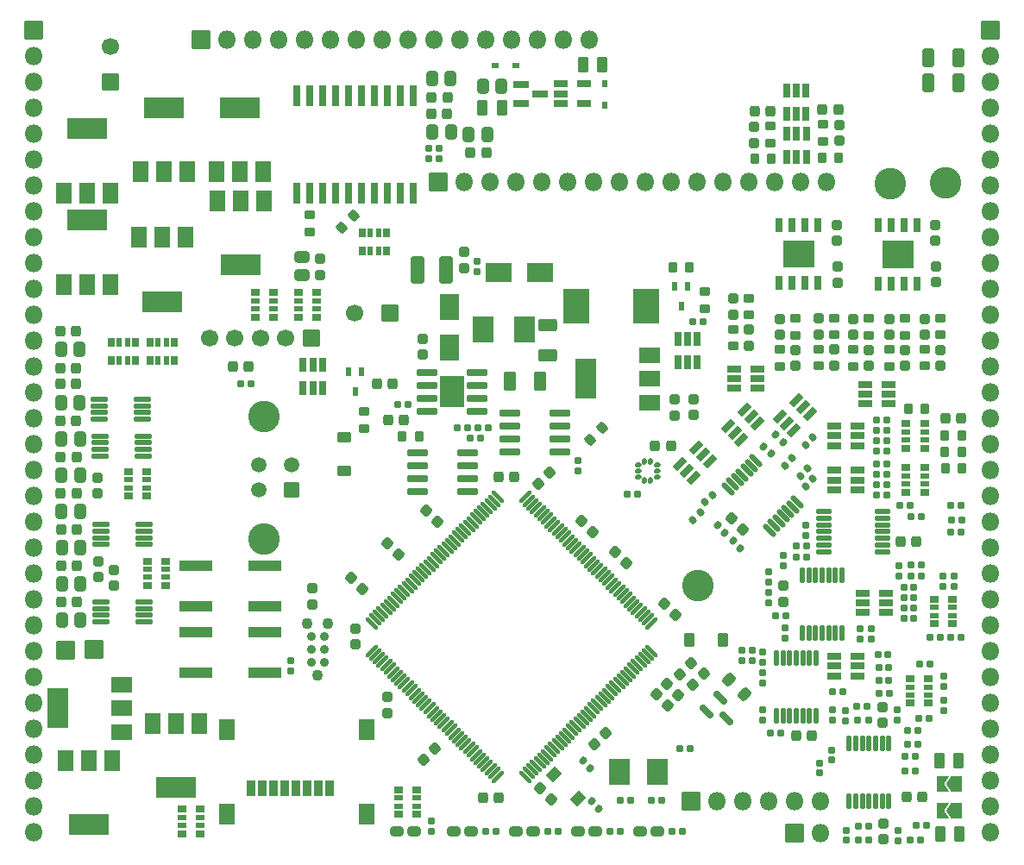
<source format=gbr>
%TF.GenerationSoftware,KiCad,Pcbnew,(6.0.1)*%
%TF.CreationDate,2023-10-27T01:40:01+01:00*%
%TF.ProjectId,polygonus-Shortage-Version,706f6c79-676f-46e7-9573-2d53686f7274,rev?*%
%TF.SameCoordinates,Original*%
%TF.FileFunction,Soldermask,Top*%
%TF.FilePolarity,Negative*%
%FSLAX46Y46*%
G04 Gerber Fmt 4.6, Leading zero omitted, Abs format (unit mm)*
G04 Created by KiCad (PCBNEW (6.0.1)) date 2023-10-27 01:40:01*
%MOMM*%
%LPD*%
G01*
G04 APERTURE LIST*
G04 Aperture macros list*
%AMRoundRect*
0 Rectangle with rounded corners*
0 $1 Rounding radius*
0 $2 $3 $4 $5 $6 $7 $8 $9 X,Y pos of 4 corners*
0 Add a 4 corners polygon primitive as box body*
4,1,4,$2,$3,$4,$5,$6,$7,$8,$9,$2,$3,0*
0 Add four circle primitives for the rounded corners*
1,1,$1+$1,$2,$3*
1,1,$1+$1,$4,$5*
1,1,$1+$1,$6,$7*
1,1,$1+$1,$8,$9*
0 Add four rect primitives between the rounded corners*
20,1,$1+$1,$2,$3,$4,$5,0*
20,1,$1+$1,$4,$5,$6,$7,0*
20,1,$1+$1,$6,$7,$8,$9,0*
20,1,$1+$1,$8,$9,$2,$3,0*%
%AMFreePoly0*
4,1,16,0.533941,0.783941,0.539938,0.776626,1.039938,0.026626,1.047068,-0.009414,1.039938,-0.026626,0.539938,-0.776626,0.509414,-0.797068,0.500000,-0.798000,-0.500000,-0.798000,-0.533941,-0.783941,-0.548000,-0.750000,-0.548000,0.750000,-0.533941,0.783941,-0.500000,0.798000,0.500000,0.798000,0.533941,0.783941,0.533941,0.783941,$1*%
%AMFreePoly1*
4,1,16,0.533941,0.783941,0.548000,0.750000,0.548000,-0.750000,0.533941,-0.783941,0.500000,-0.798000,-0.650000,-0.798000,-0.683941,-0.783941,-0.698000,-0.750000,-0.689938,-0.723374,-0.207689,0.000000,-0.689938,0.723374,-0.697068,0.759414,-0.676626,0.789938,-0.650000,0.798000,0.500000,0.798000,0.533941,0.783941,0.533941,0.783941,$1*%
G04 Aperture macros list end*
%ADD10RoundRect,0.048000X-0.850000X-0.850000X0.850000X-0.850000X0.850000X0.850000X-0.850000X0.850000X0*%
%ADD11RoundRect,0.273000X0.250000X-0.225000X0.250000X0.225000X-0.250000X0.225000X-0.250000X-0.225000X0*%
%ADD12RoundRect,0.183000X-0.135000X-0.185000X0.135000X-0.185000X0.135000X0.185000X-0.135000X0.185000X0*%
%ADD13RoundRect,0.183000X0.226274X0.035355X0.035355X0.226274X-0.226274X-0.035355X-0.035355X-0.226274X0*%
%ADD14RoundRect,0.148000X0.100000X-0.637500X0.100000X0.637500X-0.100000X0.637500X-0.100000X-0.637500X0*%
%ADD15RoundRect,0.148000X0.637500X0.100000X-0.637500X0.100000X-0.637500X-0.100000X0.637500X-0.100000X0*%
%ADD16RoundRect,0.048000X-0.325000X0.655000X-0.325000X-0.655000X0.325000X-0.655000X0.325000X0.655000X0*%
%ADD17RoundRect,0.048000X-0.300000X0.655000X-0.300000X-0.655000X0.300000X-0.655000X0.300000X0.655000X0*%
%ADD18RoundRect,0.048000X-0.750000X0.662500X-0.750000X-0.662500X0.750000X-0.662500X0.750000X0.662500X0*%
%ADD19RoundRect,0.273000X-0.250000X0.225000X-0.250000X-0.225000X0.250000X-0.225000X0.250000X0.225000X0*%
%ADD20RoundRect,0.183000X-0.226274X-0.035355X-0.035355X-0.226274X0.226274X0.035355X0.035355X0.226274X0*%
%ADD21RoundRect,0.273000X-0.225000X-0.250000X0.225000X-0.250000X0.225000X0.250000X-0.225000X0.250000X0*%
%ADD22RoundRect,0.273000X0.017678X-0.335876X0.335876X-0.017678X-0.017678X0.335876X-0.335876X0.017678X0*%
%ADD23RoundRect,0.188000X-0.140000X-0.170000X0.140000X-0.170000X0.140000X0.170000X-0.140000X0.170000X0*%
%ADD24RoundRect,0.273000X0.335876X0.017678X0.017678X0.335876X-0.335876X-0.017678X-0.017678X-0.335876X0*%
%ADD25RoundRect,0.273000X-0.335876X-0.017678X-0.017678X-0.335876X0.335876X0.017678X0.017678X0.335876X0*%
%ADD26RoundRect,0.266750X0.424264X0.114905X0.114905X0.424264X-0.424264X-0.114905X-0.114905X-0.424264X0*%
%ADD27RoundRect,0.248000X0.200000X0.275000X-0.200000X0.275000X-0.200000X-0.275000X0.200000X-0.275000X0*%
%ADD28RoundRect,0.048000X0.400000X0.250000X-0.400000X0.250000X-0.400000X-0.250000X0.400000X-0.250000X0*%
%ADD29RoundRect,0.048000X0.400000X0.200000X-0.400000X0.200000X-0.400000X-0.200000X0.400000X-0.200000X0*%
%ADD30RoundRect,0.148000X0.521491X-0.380070X-0.380070X0.521491X-0.521491X0.380070X0.380070X-0.521491X0*%
%ADD31RoundRect,0.048000X-0.250000X0.400000X-0.250000X-0.400000X0.250000X-0.400000X0.250000X0.400000X0*%
%ADD32RoundRect,0.048000X-0.200000X0.400000X-0.200000X-0.400000X0.200000X-0.400000X0.200000X0.400000X0*%
%ADD33RoundRect,0.183000X0.135000X0.185000X-0.135000X0.185000X-0.135000X-0.185000X0.135000X-0.185000X0*%
%ADD34RoundRect,0.273000X0.225000X0.250000X-0.225000X0.250000X-0.225000X-0.250000X0.225000X-0.250000X0*%
%ADD35RoundRect,0.123000X0.521491X-0.415425X-0.415425X0.521491X-0.521491X0.415425X0.415425X-0.521491X0*%
%ADD36RoundRect,0.123000X0.521491X0.415425X0.415425X0.521491X-0.521491X-0.415425X-0.415425X-0.521491X0*%
%ADD37RoundRect,0.298000X-0.325000X-0.650000X0.325000X-0.650000X0.325000X0.650000X-0.325000X0.650000X0*%
%ADD38RoundRect,0.248000X-0.200000X-0.275000X0.200000X-0.275000X0.200000X0.275000X-0.200000X0.275000X0*%
%ADD39RoundRect,0.188000X0.140000X0.170000X-0.140000X0.170000X-0.140000X-0.170000X0.140000X-0.170000X0*%
%ADD40RoundRect,0.048000X0.250000X-0.400000X0.250000X0.400000X-0.250000X0.400000X-0.250000X-0.400000X0*%
%ADD41RoundRect,0.048000X0.200000X-0.400000X0.200000X0.400000X-0.200000X0.400000X-0.200000X-0.400000X0*%
%ADD42RoundRect,0.048000X0.800000X0.800000X-0.800000X0.800000X-0.800000X-0.800000X0.800000X-0.800000X0*%
%ADD43C,1.696000*%
%ADD44RoundRect,0.048000X-1.250000X-0.900000X1.250000X-0.900000X1.250000X0.900000X-1.250000X0.900000X0*%
%ADD45RoundRect,0.048000X-0.400000X-0.250000X0.400000X-0.250000X0.400000X0.250000X-0.400000X0.250000X0*%
%ADD46RoundRect,0.048000X-0.400000X-0.200000X0.400000X-0.200000X0.400000X0.200000X-0.400000X0.200000X0*%
%ADD47RoundRect,0.298000X-0.262500X-0.450000X0.262500X-0.450000X0.262500X0.450000X-0.262500X0.450000X0*%
%ADD48RoundRect,0.148000X0.712500X0.100000X-0.712500X0.100000X-0.712500X-0.100000X0.712500X-0.100000X0*%
%ADD49RoundRect,0.260500X0.400000X0.212500X-0.400000X0.212500X-0.400000X-0.212500X0.400000X-0.212500X0*%
%ADD50RoundRect,0.183000X-0.185000X0.135000X-0.185000X-0.135000X0.185000X-0.135000X0.185000X0.135000X0*%
%ADD51RoundRect,0.248000X-0.275000X0.200000X-0.275000X-0.200000X0.275000X-0.200000X0.275000X0.200000X0*%
%ADD52RoundRect,0.248000X0.275000X-0.200000X0.275000X0.200000X-0.275000X0.200000X-0.275000X-0.200000X0*%
%ADD53RoundRect,0.048000X0.600000X-0.450000X0.600000X0.450000X-0.600000X0.450000X-0.600000X-0.450000X0*%
%ADD54RoundRect,0.298000X0.312500X0.625000X-0.312500X0.625000X-0.312500X-0.625000X0.312500X-0.625000X0*%
%ADD55RoundRect,0.298000X-0.312500X-0.625000X0.312500X-0.625000X0.312500X0.625000X-0.312500X0.625000X0*%
%ADD56C,3.096000*%
%ADD57RoundRect,0.198000X0.150000X-0.512500X0.150000X0.512500X-0.150000X0.512500X-0.150000X-0.512500X0*%
%ADD58RoundRect,0.048000X0.225000X0.350000X-0.225000X0.350000X-0.225000X-0.350000X0.225000X-0.350000X0*%
%ADD59RoundRect,0.183000X0.185000X-0.135000X0.185000X0.135000X-0.185000X0.135000X-0.185000X-0.135000X0*%
%ADD60RoundRect,0.048000X1.250000X-1.650000X1.250000X1.650000X-1.250000X1.650000X-1.250000X-1.650000X0*%
%ADD61RoundRect,0.183000X-0.035355X0.226274X-0.226274X0.035355X0.035355X-0.226274X0.226274X-0.035355X0*%
%ADD62RoundRect,0.183000X0.035355X-0.226274X0.226274X-0.035355X-0.035355X0.226274X-0.226274X0.035355X0*%
%ADD63RoundRect,0.198000X0.512500X0.150000X-0.512500X0.150000X-0.512500X-0.150000X0.512500X-0.150000X0*%
%ADD64RoundRect,0.188000X-0.170000X0.140000X-0.170000X-0.140000X0.170000X-0.140000X0.170000X0.140000X0*%
%ADD65RoundRect,0.188000X0.170000X-0.140000X0.170000X0.140000X-0.170000X0.140000X-0.170000X-0.140000X0*%
%ADD66RoundRect,0.148000X-0.100000X0.637500X-0.100000X-0.637500X0.100000X-0.637500X0.100000X0.637500X0*%
%ADD67RoundRect,0.048000X1.000000X0.750000X-1.000000X0.750000X-1.000000X-0.750000X1.000000X-0.750000X0*%
%ADD68RoundRect,0.048000X1.000000X1.900000X-1.000000X1.900000X-1.000000X-1.900000X1.000000X-1.900000X0*%
%ADD69RoundRect,0.048000X-1.000000X-1.200000X1.000000X-1.200000X1.000000X1.200000X-1.000000X1.200000X0*%
%ADD70RoundRect,0.198000X-0.825000X-0.150000X0.825000X-0.150000X0.825000X0.150000X-0.825000X0.150000X0*%
%ADD71RoundRect,0.048000X-1.145000X-1.500000X1.145000X-1.500000X1.145000X1.500000X-1.145000X1.500000X0*%
%ADD72RoundRect,0.048000X0.900000X-1.250000X0.900000X1.250000X-0.900000X1.250000X-0.900000X-1.250000X0*%
%ADD73RoundRect,0.198000X-0.150000X0.512500X-0.150000X-0.512500X0.150000X-0.512500X0.150000X0.512500X0*%
%ADD74RoundRect,0.298000X0.375000X1.075000X-0.375000X1.075000X-0.375000X-1.075000X0.375000X-1.075000X0*%
%ADD75RoundRect,0.248000X-0.053033X0.335876X-0.335876X0.053033X0.053033X-0.335876X0.335876X-0.053033X0*%
%ADD76RoundRect,0.048000X0.950000X1.250000X-0.950000X1.250000X-0.950000X-1.250000X0.950000X-1.250000X0*%
%ADD77RoundRect,0.298000X-0.650000X0.325000X-0.650000X-0.325000X0.650000X-0.325000X0.650000X0.325000X0*%
%ADD78RoundRect,0.298000X-0.250000X-0.475000X0.250000X-0.475000X0.250000X0.475000X-0.250000X0.475000X0*%
%ADD79RoundRect,0.048000X0.850000X-0.850000X0.850000X0.850000X-0.850000X0.850000X-0.850000X-0.850000X0*%
%ADD80O,1.796000X1.796000*%
%ADD81RoundRect,0.048000X0.800000X-0.800000X0.800000X0.800000X-0.800000X0.800000X-0.800000X-0.800000X0*%
%ADD82FreePoly0,180.000000*%
%ADD83FreePoly1,180.000000*%
%ADD84RoundRect,0.048000X0.400000X0.750000X-0.400000X0.750000X-0.400000X-0.750000X0.400000X-0.750000X0*%
%ADD85RoundRect,0.048000X0.725000X1.000000X-0.725000X1.000000X-0.725000X-1.000000X0.725000X-1.000000X0*%
%ADD86RoundRect,0.048000X-0.700000X0.700000X-0.700000X-0.700000X0.700000X-0.700000X0.700000X0.700000X0*%
%ADD87C,1.496000*%
%ADD88RoundRect,0.298000X-0.450000X0.262500X-0.450000X-0.262500X0.450000X-0.262500X0.450000X0.262500X0*%
%ADD89RoundRect,0.198000X-0.521491X0.309359X0.309359X-0.521491X0.521491X-0.309359X-0.309359X0.521491X0*%
%ADD90RoundRect,0.148000X-0.100000X0.175000X-0.100000X-0.175000X0.100000X-0.175000X0.100000X0.175000X0*%
%ADD91RoundRect,0.148000X-0.175000X0.100000X-0.175000X-0.100000X0.175000X-0.100000X0.175000X0.100000X0*%
%ADD92RoundRect,0.048000X-1.600000X-0.500000X1.600000X-0.500000X1.600000X0.500000X-1.600000X0.500000X0*%
%ADD93RoundRect,0.048000X1.600000X0.500000X-1.600000X0.500000X-1.600000X-0.500000X1.600000X-0.500000X0*%
%ADD94C,1.086600*%
%ADD95C,0.883400*%
%ADD96RoundRect,0.048000X-0.450000X-0.600000X0.450000X-0.600000X0.450000X0.600000X-0.450000X0.600000X0*%
%ADD97RoundRect,0.048000X-0.742462X-0.106066X-0.106066X-0.742462X0.742462X0.106066X0.106066X0.742462X0*%
%ADD98RoundRect,0.048000X0.225000X-0.300000X0.225000X0.300000X-0.225000X0.300000X-0.225000X-0.300000X0*%
%ADD99RoundRect,0.198000X-0.512500X-0.150000X0.512500X-0.150000X0.512500X0.150000X-0.512500X0.150000X0*%
%ADD100RoundRect,0.048000X0.750000X-1.000000X0.750000X1.000000X-0.750000X1.000000X-0.750000X-1.000000X0*%
%ADD101RoundRect,0.048000X1.900000X-1.000000X1.900000X1.000000X-1.900000X1.000000X-1.900000X-1.000000X0*%
%ADD102RoundRect,0.198000X0.256326X0.468458X-0.468458X-0.256326X-0.256326X-0.468458X0.468458X0.256326X0*%
%ADD103RoundRect,0.048000X0.275000X0.975000X-0.275000X0.975000X-0.275000X-0.975000X0.275000X-0.975000X0*%
%ADD104RoundRect,0.248000X0.053033X-0.335876X0.335876X-0.053033X-0.053033X0.335876X-0.335876X0.053033X0*%
%ADD105RoundRect,0.298000X0.250000X0.475000X-0.250000X0.475000X-0.250000X-0.475000X0.250000X-0.475000X0*%
%ADD106RoundRect,0.048000X-0.750000X1.000000X-0.750000X-1.000000X0.750000X-1.000000X0.750000X1.000000X0*%
%ADD107RoundRect,0.048000X-1.900000X1.000000X-1.900000X-1.000000X1.900000X-1.000000X1.900000X1.000000X0*%
%ADD108RoundRect,0.198000X-0.587500X-0.150000X0.587500X-0.150000X0.587500X0.150000X-0.587500X0.150000X0*%
%ADD109RoundRect,0.048000X-0.300000X-0.225000X0.300000X-0.225000X0.300000X0.225000X-0.300000X0.225000X0*%
%ADD110RoundRect,0.198000X0.825000X0.150000X-0.825000X0.150000X-0.825000X-0.150000X0.825000X-0.150000X0*%
%ADD111RoundRect,0.048000X0.850000X0.850000X-0.850000X0.850000X-0.850000X-0.850000X0.850000X-0.850000X0*%
%ADD112RoundRect,0.048000X-0.850000X0.850000X-0.850000X-0.850000X0.850000X-0.850000X0.850000X0.850000X0*%
G04 APERTURE END LIST*
D10*
%TO.C,J16*%
X67258834Y-118181164D03*
%TD*%
%TO.C,J15*%
X64502327Y-118189319D03*
%TD*%
D11*
%TO.C,C2*%
X140279326Y-82139052D03*
X140279326Y-80589052D03*
%TD*%
D12*
%TO.C,R76*%
X151406975Y-106610683D03*
X152426975Y-106610683D03*
%TD*%
%TO.C,R77*%
X151418194Y-105421414D03*
X152438194Y-105421414D03*
%TD*%
%TO.C,R78*%
X151395755Y-104030194D03*
X152415755Y-104030194D03*
%TD*%
D13*
%TO.C,R4*%
X116838124Y-133803124D03*
X116116876Y-133081876D03*
%TD*%
D14*
%TO.C,U19*%
X136816000Y-116556500D03*
X137466000Y-116556500D03*
X138116000Y-116556500D03*
X138766000Y-116556500D03*
X139416000Y-116556500D03*
X140066000Y-116556500D03*
X140716000Y-116556500D03*
X140716000Y-110831500D03*
X140066000Y-110831500D03*
X139416000Y-110831500D03*
X138766000Y-110831500D03*
X138116000Y-110831500D03*
X137466000Y-110831500D03*
X136816000Y-110831500D03*
%TD*%
D15*
%TO.C,U21*%
X144676500Y-108532000D03*
X144676500Y-107882000D03*
X144676500Y-107232000D03*
X144676500Y-106582000D03*
X144676500Y-105932000D03*
X144676500Y-105282000D03*
X144676500Y-104632000D03*
X138951500Y-104632000D03*
X138951500Y-105282000D03*
X138951500Y-105932000D03*
X138951500Y-106582000D03*
X138951500Y-107232000D03*
X138951500Y-107882000D03*
X138951500Y-108532000D03*
%TD*%
D16*
%TO.C,U1*%
X148090671Y-76525877D03*
X146820671Y-76525877D03*
X145550671Y-76525877D03*
D17*
X144280671Y-76525877D03*
D16*
X144280671Y-82215877D03*
X145550671Y-82215877D03*
X146820671Y-82215877D03*
X148090671Y-82215877D03*
D18*
X146935671Y-78708377D03*
X145435671Y-80033377D03*
X146935671Y-80033377D03*
X145435671Y-78708377D03*
%TD*%
D16*
%TO.C,U2*%
X138359142Y-76488011D03*
X137089142Y-76488011D03*
X135819142Y-76488011D03*
D17*
X134549142Y-76488011D03*
D16*
X134549142Y-82178011D03*
X135819142Y-82178011D03*
X137089142Y-82178011D03*
X138359142Y-82178011D03*
D18*
X137204142Y-79995511D03*
X135704142Y-78670511D03*
X135704142Y-79995511D03*
X137204142Y-78670511D03*
%TD*%
D19*
%TO.C,C3*%
X149815912Y-76489231D03*
X149815912Y-78039231D03*
%TD*%
D11*
%TO.C,C5*%
X149970368Y-82112502D03*
X149970368Y-80562502D03*
%TD*%
D19*
%TO.C,C9*%
X140172736Y-76472402D03*
X140172736Y-78022402D03*
%TD*%
D20*
%TO.C,R1*%
X115291376Y-129081376D03*
X116012624Y-129802624D03*
%TD*%
D21*
%TO.C,C46*%
X136213000Y-126648000D03*
X137763000Y-126648000D03*
%TD*%
D11*
%TO.C,C51*%
X134956000Y-113453000D03*
X134956000Y-111903000D03*
%TD*%
D21*
%TO.C,C56*%
X146470266Y-107582392D03*
X148020266Y-107582392D03*
%TD*%
D22*
%TO.C,C77*%
X110912992Y-101923008D03*
X112009008Y-100826992D03*
%TD*%
D23*
%TO.C,C74*%
X118982000Y-132998000D03*
X119942000Y-132998000D03*
%TD*%
D21*
%TO.C,C61*%
X107003000Y-101248000D03*
X108553000Y-101248000D03*
%TD*%
D24*
%TO.C,C64*%
X123566008Y-123640008D03*
X122469992Y-122543992D03*
%TD*%
%TO.C,C65*%
X124328008Y-114750008D03*
X123231992Y-113653992D03*
%TD*%
D25*
%TO.C,C66*%
X99863992Y-104509992D03*
X100960008Y-105606008D03*
%TD*%
D22*
%TO.C,C81*%
X124755992Y-120592008D03*
X125852008Y-119495992D03*
%TD*%
%TO.C,C82*%
X126025992Y-121608008D03*
X127122008Y-120511992D03*
%TD*%
D24*
%TO.C,C40*%
X130932008Y-106368008D03*
X129835992Y-105271992D03*
%TD*%
D26*
%TO.C,FB1*%
X131135301Y-122573301D03*
X129632699Y-121070699D03*
%TD*%
D12*
%TO.C,R75*%
X147478315Y-109819465D03*
X148498315Y-109819465D03*
%TD*%
%TO.C,R89*%
X124794000Y-127918000D03*
X125814000Y-127918000D03*
%TD*%
D27*
%TO.C,R39*%
X152479537Y-100370684D03*
X150829537Y-100370684D03*
%TD*%
%TO.C,R40*%
X152445878Y-98788732D03*
X150795878Y-98788732D03*
%TD*%
%TO.C,R41*%
X152457098Y-97128243D03*
X150807098Y-97128243D03*
%TD*%
%TO.C,R42*%
X148862000Y-94517000D03*
X147212000Y-94517000D03*
%TD*%
D28*
%TO.C,RN2*%
X149163074Y-123430926D03*
D29*
X149163074Y-122630926D03*
X149163074Y-121830926D03*
D28*
X149163074Y-121030926D03*
X147363074Y-121030926D03*
D29*
X147363074Y-121830926D03*
X147363074Y-122630926D03*
D28*
X147363074Y-123430926D03*
%TD*%
%TO.C,RN3*%
X151577709Y-115605074D03*
D29*
X151577709Y-114805074D03*
X151577709Y-114005074D03*
D28*
X151577709Y-113205074D03*
X149777709Y-113205074D03*
D29*
X149777709Y-114005074D03*
X149777709Y-114805074D03*
D28*
X149777709Y-115605074D03*
%TD*%
%TO.C,RN4*%
X148810000Y-102702000D03*
D29*
X148810000Y-101902000D03*
X148810000Y-101102000D03*
D28*
X148810000Y-100302000D03*
X147010000Y-100302000D03*
D29*
X147010000Y-101102000D03*
X147010000Y-101902000D03*
D28*
X147010000Y-102702000D03*
%TD*%
%TO.C,RN1*%
X148810000Y-98384000D03*
D29*
X148810000Y-97584000D03*
X148810000Y-96784000D03*
D28*
X148810000Y-95984000D03*
X147010000Y-95984000D03*
D29*
X147010000Y-96784000D03*
X147010000Y-97584000D03*
D28*
X147010000Y-98384000D03*
%TD*%
D30*
%TO.C,U15*%
X133569235Y-106428951D03*
X134028854Y-105969332D03*
X134488474Y-105509713D03*
X134948093Y-105050093D03*
X135407713Y-104590474D03*
X135867332Y-104130854D03*
X136326951Y-103671235D03*
X132278765Y-99623049D03*
X131819146Y-100082668D03*
X131359526Y-100542287D03*
X130899907Y-101001907D03*
X130440287Y-101461526D03*
X129980668Y-101921146D03*
X129521049Y-102380765D03*
%TD*%
D21*
%TO.C,C83*%
X80938462Y-90384858D03*
X82488462Y-90384858D03*
%TD*%
D12*
%TO.C,R98*%
X81676730Y-92033125D03*
X82696730Y-92033125D03*
%TD*%
D19*
%TO.C,C85*%
X89494413Y-79815297D03*
X89494413Y-81365297D03*
%TD*%
D21*
%TO.C,C86*%
X104247164Y-69398713D03*
X105797164Y-69398713D03*
%TD*%
D31*
%TO.C,RN11*%
X96026175Y-77253732D03*
D32*
X95226175Y-77253732D03*
X94426175Y-77253732D03*
D31*
X93626175Y-77253732D03*
X93626175Y-79053732D03*
D32*
X94426175Y-79053732D03*
X95226175Y-79053732D03*
D31*
X96026175Y-79053732D03*
%TD*%
D19*
%TO.C,C84*%
X126130133Y-93586905D03*
X126130133Y-95136905D03*
%TD*%
D33*
%TO.C,R97*%
X127084000Y-86008000D03*
X126064000Y-86008000D03*
%TD*%
D14*
%TO.C,U17*%
X134276000Y-124684500D03*
X134926000Y-124684500D03*
X135576000Y-124684500D03*
X136226000Y-124684500D03*
X136876000Y-124684500D03*
X137526000Y-124684500D03*
X138176000Y-124684500D03*
X138176000Y-118959500D03*
X137526000Y-118959500D03*
X136876000Y-118959500D03*
X136226000Y-118959500D03*
X135576000Y-118959500D03*
X134926000Y-118959500D03*
X134276000Y-118959500D03*
%TD*%
D25*
%TO.C,C67*%
X96053992Y-107710392D03*
X97150008Y-108806408D03*
%TD*%
D24*
%TO.C,C68*%
X119502008Y-109670008D03*
X118405992Y-108573992D03*
%TD*%
D19*
%TO.C,C69*%
X96094000Y-122825000D03*
X96094000Y-124375000D03*
%TD*%
D34*
%TO.C,C71*%
X107029000Y-132744000D03*
X105479000Y-132744000D03*
%TD*%
D11*
%TO.C,C73*%
X92919000Y-117644000D03*
X92919000Y-116094000D03*
%TD*%
D22*
%TO.C,C76*%
X116373992Y-127450008D03*
X117470008Y-126353992D03*
%TD*%
D35*
%TO.C,U26*%
X109628342Y-130644710D03*
X109981895Y-130291157D03*
X110335449Y-129937604D03*
X110689002Y-129584050D03*
X111042555Y-129230497D03*
X111396109Y-128876943D03*
X111749662Y-128523390D03*
X112103215Y-128169837D03*
X112456769Y-127816283D03*
X112810322Y-127462730D03*
X113163876Y-127109176D03*
X113517429Y-126755623D03*
X113870982Y-126402070D03*
X114224536Y-126048516D03*
X114578089Y-125694963D03*
X114931643Y-125341410D03*
X115285196Y-124987856D03*
X115638749Y-124634303D03*
X115992303Y-124280749D03*
X116345856Y-123927196D03*
X116699410Y-123573643D03*
X117052963Y-123220089D03*
X117406516Y-122866536D03*
X117760070Y-122512982D03*
X118113623Y-122159429D03*
X118467176Y-121805876D03*
X118820730Y-121452322D03*
X119174283Y-121098769D03*
X119527837Y-120745215D03*
X119881390Y-120391662D03*
X120234943Y-120038109D03*
X120588497Y-119684555D03*
X120942050Y-119331002D03*
X121295604Y-118977449D03*
X121649157Y-118623895D03*
X122002710Y-118270342D03*
D36*
X122002710Y-115565658D03*
X121649157Y-115212105D03*
X121295604Y-114858551D03*
X120942050Y-114504998D03*
X120588497Y-114151445D03*
X120234943Y-113797891D03*
X119881390Y-113444338D03*
X119527837Y-113090785D03*
X119174283Y-112737231D03*
X118820730Y-112383678D03*
X118467176Y-112030124D03*
X118113623Y-111676571D03*
X117760070Y-111323018D03*
X117406516Y-110969464D03*
X117052963Y-110615911D03*
X116699410Y-110262357D03*
X116345856Y-109908804D03*
X115992303Y-109555251D03*
X115638749Y-109201697D03*
X115285196Y-108848144D03*
X114931643Y-108494590D03*
X114578089Y-108141037D03*
X114224536Y-107787484D03*
X113870982Y-107433930D03*
X113517429Y-107080377D03*
X113163876Y-106726824D03*
X112810322Y-106373270D03*
X112456769Y-106019717D03*
X112103215Y-105666163D03*
X111749662Y-105312610D03*
X111396109Y-104959057D03*
X111042555Y-104605503D03*
X110689002Y-104251950D03*
X110335449Y-103898396D03*
X109981895Y-103544843D03*
X109628342Y-103191290D03*
D35*
X106923658Y-103191290D03*
X106570105Y-103544843D03*
X106216551Y-103898396D03*
X105862998Y-104251950D03*
X105509445Y-104605503D03*
X105155891Y-104959057D03*
X104802338Y-105312610D03*
X104448785Y-105666163D03*
X104095231Y-106019717D03*
X103741678Y-106373270D03*
X103388124Y-106726824D03*
X103034571Y-107080377D03*
X102681018Y-107433930D03*
X102327464Y-107787484D03*
X101973911Y-108141037D03*
X101620357Y-108494590D03*
X101266804Y-108848144D03*
X100913251Y-109201697D03*
X100559697Y-109555251D03*
X100206144Y-109908804D03*
X99852590Y-110262357D03*
X99499037Y-110615911D03*
X99145484Y-110969464D03*
X98791930Y-111323018D03*
X98438377Y-111676571D03*
X98084824Y-112030124D03*
X97731270Y-112383678D03*
X97377717Y-112737231D03*
X97024163Y-113090785D03*
X96670610Y-113444338D03*
X96317057Y-113797891D03*
X95963503Y-114151445D03*
X95609950Y-114504998D03*
X95256396Y-114858551D03*
X94902843Y-115212105D03*
X94549290Y-115565658D03*
D36*
X94549290Y-118270342D03*
X94902843Y-118623895D03*
X95256396Y-118977449D03*
X95609950Y-119331002D03*
X95963503Y-119684555D03*
X96317057Y-120038109D03*
X96670610Y-120391662D03*
X97024163Y-120745215D03*
X97377717Y-121098769D03*
X97731270Y-121452322D03*
X98084824Y-121805876D03*
X98438377Y-122159429D03*
X98791930Y-122512982D03*
X99145484Y-122866536D03*
X99499037Y-123220089D03*
X99852590Y-123573643D03*
X100206144Y-123927196D03*
X100559697Y-124280749D03*
X100913251Y-124634303D03*
X101266804Y-124987856D03*
X101620357Y-125341410D03*
X101973911Y-125694963D03*
X102327464Y-126048516D03*
X102681018Y-126402070D03*
X103034571Y-126755623D03*
X103388124Y-127109176D03*
X103741678Y-127462730D03*
X104095231Y-127816283D03*
X104448785Y-128169837D03*
X104802338Y-128523390D03*
X105155891Y-128876943D03*
X105509445Y-129230497D03*
X105862998Y-129584050D03*
X106216551Y-129937604D03*
X106570105Y-130291157D03*
X106923658Y-130644710D03*
%TD*%
D34*
%TO.C,C7*%
X96615000Y-92104000D03*
X95065000Y-92104000D03*
%TD*%
D37*
%TO.C,C12*%
X108081000Y-91850000D03*
X111031000Y-91850000D03*
%TD*%
D38*
%TO.C,R9*%
X124098000Y-80674000D03*
X125748000Y-80674000D03*
%TD*%
D39*
%TO.C,C75*%
X122990000Y-132998000D03*
X122030000Y-132998000D03*
%TD*%
D24*
%TO.C,C62*%
X116200008Y-106622008D03*
X115103992Y-105525992D03*
%TD*%
D28*
%TO.C,RN10*%
X77714751Y-136243729D03*
D29*
X77714751Y-135443729D03*
X77714751Y-134643729D03*
D28*
X77714751Y-133843729D03*
X75914751Y-133843729D03*
D29*
X75914751Y-134643729D03*
X75914751Y-135443729D03*
D28*
X75914751Y-136243729D03*
%TD*%
D40*
%TO.C,RN6*%
X72803547Y-89770414D03*
D41*
X73603547Y-89770414D03*
X74403547Y-89770414D03*
D40*
X75203547Y-89770414D03*
X75203547Y-87970414D03*
D41*
X74403547Y-87970414D03*
X73603547Y-87970414D03*
D40*
X72803547Y-87970414D03*
%TD*%
%TO.C,RN8*%
X68983013Y-89770414D03*
D41*
X69783013Y-89770414D03*
X70583013Y-89770414D03*
D40*
X71383013Y-89770414D03*
X71383013Y-87970414D03*
D41*
X70583013Y-87970414D03*
X69783013Y-87970414D03*
D40*
X68983013Y-87970414D03*
%TD*%
D42*
%TO.C,C6*%
X96348000Y-85119000D03*
D43*
X92848000Y-85119000D03*
%TD*%
D11*
%TO.C,C4*%
X103587000Y-80687000D03*
X103587000Y-79137000D03*
%TD*%
D44*
%TO.C,D2*%
X107048000Y-81182000D03*
X111048000Y-81182000D03*
%TD*%
D28*
%TO.C,RN5*%
X89168921Y-85521111D03*
D29*
X89168921Y-84721111D03*
X89168921Y-83921111D03*
D28*
X89168921Y-83121111D03*
X87368921Y-83121111D03*
D29*
X87368921Y-83921111D03*
X87368921Y-84721111D03*
D28*
X87368921Y-85521111D03*
%TD*%
%TO.C,RN7*%
X84900059Y-85521111D03*
D29*
X84900059Y-84721111D03*
X84900059Y-83921111D03*
D28*
X84900059Y-83121111D03*
X83100059Y-83121111D03*
D29*
X83100059Y-83921111D03*
X83100059Y-84721111D03*
D28*
X83100059Y-85521111D03*
%TD*%
D45*
%TO.C,RN9*%
X97208197Y-131943853D03*
D46*
X97208197Y-132743853D03*
X97208197Y-133543853D03*
D45*
X97208197Y-134343853D03*
X99008197Y-134343853D03*
D46*
X99008197Y-133543853D03*
X99008197Y-132743853D03*
D45*
X99008197Y-131943853D03*
%TD*%
D11*
%TO.C,C91*%
X67693944Y-111022409D03*
X67693944Y-109472409D03*
%TD*%
D21*
%TO.C,C93*%
X64087605Y-113499835D03*
X65637605Y-113499835D03*
%TD*%
%TO.C,C94*%
X64087605Y-109926207D03*
X65637605Y-109926207D03*
%TD*%
D19*
%TO.C,C92*%
X69233852Y-110344871D03*
X69233852Y-111894871D03*
%TD*%
D21*
%TO.C,C95*%
X64074610Y-106378569D03*
X65624610Y-106378569D03*
%TD*%
%TO.C,C96*%
X64035625Y-102830930D03*
X65585625Y-102830930D03*
%TD*%
D11*
%TO.C,C97*%
X67647411Y-102854419D03*
X67647411Y-101304419D03*
%TD*%
D21*
%TO.C,C99*%
X64030925Y-99257302D03*
X65580925Y-99257302D03*
%TD*%
%TO.C,C100*%
X64004935Y-95722659D03*
X65554935Y-95722659D03*
%TD*%
%TO.C,C98*%
X63990668Y-86902919D03*
X65540668Y-86902919D03*
%TD*%
%TO.C,C101*%
X63996640Y-92072110D03*
X65546640Y-92072110D03*
%TD*%
%TO.C,C102*%
X63978945Y-90512709D03*
X65528945Y-90512709D03*
%TD*%
D47*
%TO.C,R108*%
X64145031Y-115280152D03*
X65970031Y-115280152D03*
%TD*%
%TO.C,R109*%
X64145031Y-111719518D03*
X65970031Y-111719518D03*
%TD*%
%TO.C,R110*%
X64132036Y-108158885D03*
X65957036Y-108158885D03*
%TD*%
%TO.C,R111*%
X64121890Y-104598252D03*
X65946890Y-104598252D03*
%TD*%
%TO.C,R112*%
X64082905Y-101050614D03*
X65907905Y-101050614D03*
%TD*%
%TO.C,R113*%
X64080056Y-97476986D03*
X65905056Y-97476986D03*
%TD*%
%TO.C,R114*%
X64069910Y-93943392D03*
X65894910Y-93943392D03*
%TD*%
%TO.C,R115*%
X64048093Y-88696231D03*
X65873093Y-88696231D03*
%TD*%
D48*
%TO.C,U42*%
X72243008Y-115432792D03*
X72243008Y-114782792D03*
X72243008Y-114132792D03*
X72243008Y-113482792D03*
X68018008Y-113482792D03*
X68018008Y-114132792D03*
X68018008Y-114782792D03*
X68018008Y-115432792D03*
%TD*%
%TO.C,U43*%
X72243008Y-107850203D03*
X72243008Y-107200203D03*
X72243008Y-106550203D03*
X72243008Y-105900203D03*
X68018008Y-105900203D03*
X68018008Y-106550203D03*
X68018008Y-107200203D03*
X68018008Y-107850203D03*
%TD*%
%TO.C,U44*%
X72157730Y-99145795D03*
X72157730Y-98495795D03*
X72157730Y-97845795D03*
X72157730Y-97195795D03*
X67932730Y-97195795D03*
X67932730Y-97845795D03*
X67932730Y-98495795D03*
X67932730Y-99145795D03*
%TD*%
%TO.C,U45*%
X72074073Y-95540053D03*
X72074073Y-94890053D03*
X72074073Y-94240053D03*
X72074073Y-93590053D03*
X67849073Y-93590053D03*
X67849073Y-94240053D03*
X67849073Y-94890053D03*
X67849073Y-95540053D03*
%TD*%
D49*
%TO.C,D9*%
X98684500Y-136046000D03*
X97059500Y-136046000D03*
%TD*%
D50*
%TO.C,R91*%
X100412000Y-135028000D03*
X100412000Y-136048000D03*
%TD*%
D28*
%TO.C,RN12*%
X74340463Y-111864298D03*
D29*
X74340463Y-111064298D03*
X74340463Y-110264298D03*
D28*
X74340463Y-109464298D03*
X72540463Y-109464298D03*
D29*
X72540463Y-110264298D03*
X72540463Y-111064298D03*
D28*
X72540463Y-111864298D03*
%TD*%
D45*
%TO.C,RN13*%
X70692447Y-100694240D03*
D46*
X70692447Y-101494240D03*
X70692447Y-102294240D03*
D45*
X70692447Y-103094240D03*
X72492447Y-103094240D03*
D46*
X72492447Y-102294240D03*
X72492447Y-101494240D03*
D45*
X72492447Y-100694240D03*
%TD*%
D11*
%TO.C,C28*%
X138445903Y-87221526D03*
X138445903Y-85671526D03*
%TD*%
%TO.C,C35*%
X131595940Y-88309373D03*
X131595940Y-86759373D03*
%TD*%
%TO.C,C30*%
X143368196Y-90313500D03*
X143368196Y-88763500D03*
%TD*%
%TO.C,C25*%
X148832828Y-87227287D03*
X148832828Y-85677287D03*
%TD*%
%TO.C,C31*%
X150356828Y-90275287D03*
X150356828Y-88725287D03*
%TD*%
%TO.C,C26*%
X145356632Y-87243294D03*
X145356632Y-85693294D03*
%TD*%
%TO.C,C32*%
X146880632Y-90291294D03*
X146880632Y-88741294D03*
%TD*%
%TO.C,C27*%
X134625131Y-87274915D03*
X134625131Y-85724915D03*
%TD*%
%TO.C,C33*%
X136157702Y-90313175D03*
X136157702Y-88763175D03*
%TD*%
D51*
%TO.C,R27*%
X139969903Y-85621526D03*
X139969903Y-87271526D03*
%TD*%
D52*
%TO.C,R33*%
X138445903Y-90319526D03*
X138445903Y-88669526D03*
%TD*%
D51*
%TO.C,R28*%
X131595940Y-83661373D03*
X131595940Y-85311373D03*
%TD*%
D52*
%TO.C,R34*%
X130071940Y-88359373D03*
X130071940Y-86709373D03*
%TD*%
D51*
%TO.C,R23*%
X143368196Y-85665500D03*
X143368196Y-87315500D03*
%TD*%
D52*
%TO.C,R29*%
X141844196Y-90363500D03*
X141844196Y-88713500D03*
%TD*%
D51*
%TO.C,R24*%
X150356828Y-85627287D03*
X150356828Y-87277287D03*
%TD*%
D52*
%TO.C,R30*%
X148832828Y-90325287D03*
X148832828Y-88675287D03*
%TD*%
D51*
%TO.C,R25*%
X146880632Y-85643294D03*
X146880632Y-87293294D03*
%TD*%
D52*
%TO.C,R31*%
X145356632Y-90341294D03*
X145356632Y-88691294D03*
%TD*%
D51*
%TO.C,R26*%
X136157702Y-85665175D03*
X136157702Y-87315175D03*
%TD*%
D21*
%TO.C,C41*%
X150879537Y-95467754D03*
X152429537Y-95467754D03*
%TD*%
D52*
%TO.C,R32*%
X134633702Y-90363175D03*
X134633702Y-88713175D03*
%TD*%
D11*
%TO.C,C24*%
X141844196Y-87265500D03*
X141844196Y-85715500D03*
%TD*%
%TO.C,C29*%
X130071940Y-85261373D03*
X130071940Y-83711373D03*
%TD*%
%TO.C,C34*%
X139969903Y-90269526D03*
X139969903Y-88719526D03*
%TD*%
D24*
%TO.C,C78*%
X93594008Y-112210008D03*
X92497992Y-111113992D03*
%TD*%
D22*
%TO.C,C72*%
X99609992Y-128974008D03*
X100706008Y-127877992D03*
%TD*%
D53*
%TO.C,D14*%
X91873462Y-100575405D03*
X91873462Y-97275405D03*
%TD*%
D54*
%TO.C,F2*%
X152110448Y-60060439D03*
X149185448Y-60060439D03*
%TD*%
D55*
%TO.C,F1*%
X149185448Y-62483854D03*
X152110448Y-62483854D03*
%TD*%
D49*
%TO.C,D10*%
X104272500Y-136046000D03*
X102647500Y-136046000D03*
%TD*%
%TO.C,D11*%
X110368500Y-136046000D03*
X108743500Y-136046000D03*
%TD*%
%TO.C,D12*%
X116464500Y-136046000D03*
X114839500Y-136046000D03*
%TD*%
%TO.C,D13*%
X122560500Y-136046000D03*
X120935500Y-136046000D03*
%TD*%
D33*
%TO.C,R92*%
X106764000Y-136046000D03*
X105744000Y-136046000D03*
%TD*%
%TO.C,R93*%
X112860000Y-136046000D03*
X111840000Y-136046000D03*
%TD*%
%TO.C,R94*%
X118956000Y-136046000D03*
X117936000Y-136046000D03*
%TD*%
%TO.C,R95*%
X125052000Y-136046000D03*
X124032000Y-136046000D03*
%TD*%
D56*
%TO.C,J1*%
X150867985Y-72300565D03*
%TD*%
%TO.C,J2*%
X145437176Y-72388158D03*
%TD*%
%TO.C,J3*%
X126574000Y-111916000D03*
%TD*%
D57*
%TO.C,U27*%
X87825201Y-92475917D03*
X88775201Y-92475917D03*
X89725201Y-92475917D03*
X89725201Y-90200917D03*
X88775201Y-90200917D03*
X87825201Y-90200917D03*
%TD*%
D58*
%TO.C,D4*%
X125573000Y-82468000D03*
X124273000Y-82468000D03*
X124923000Y-84468000D03*
%TD*%
D59*
%TO.C,R90*%
X86569000Y-120300000D03*
X86569000Y-119280000D03*
%TD*%
D11*
%TO.C,C79*%
X88728000Y-113707000D03*
X88728000Y-112157000D03*
%TD*%
D42*
%TO.C,J13*%
X88610209Y-87595853D03*
D43*
X86110209Y-87595853D03*
X83610209Y-87595853D03*
X81110209Y-87595853D03*
X78610209Y-87595853D03*
%TD*%
D60*
%TO.C,D1*%
X114665000Y-84484000D03*
X121465000Y-84484000D03*
%TD*%
D39*
%TO.C,C47*%
X145326731Y-122432877D03*
X144366731Y-122432877D03*
%TD*%
%TO.C,C48*%
X145289333Y-121165643D03*
X144329333Y-121165643D03*
%TD*%
%TO.C,C49*%
X145289333Y-119916537D03*
X144329333Y-119916537D03*
%TD*%
%TO.C,C50*%
X145224535Y-118648731D03*
X144264535Y-118648731D03*
%TD*%
%TO.C,C52*%
X147727414Y-115087709D03*
X146767414Y-115087709D03*
%TD*%
%TO.C,C53*%
X147727414Y-114071709D03*
X146767414Y-114071709D03*
%TD*%
%TO.C,C54*%
X147727414Y-113055709D03*
X146767414Y-113055709D03*
%TD*%
%TO.C,C55*%
X147727414Y-112039709D03*
X146767414Y-112039709D03*
%TD*%
%TO.C,C57*%
X145088000Y-103026000D03*
X144128000Y-103026000D03*
%TD*%
%TO.C,C58*%
X145088000Y-102010000D03*
X144128000Y-102010000D03*
%TD*%
%TO.C,C59*%
X145088000Y-100994000D03*
X144128000Y-100994000D03*
%TD*%
%TO.C,C60*%
X145088000Y-99978000D03*
X144128000Y-99978000D03*
%TD*%
%TO.C,C42*%
X145088000Y-98708000D03*
X144128000Y-98708000D03*
%TD*%
%TO.C,C43*%
X145088000Y-97692000D03*
X144128000Y-97692000D03*
%TD*%
%TO.C,C44*%
X145088000Y-96676000D03*
X144128000Y-96676000D03*
%TD*%
%TO.C,C45*%
X145088000Y-95660000D03*
X144128000Y-95660000D03*
%TD*%
D50*
%TO.C,R56*%
X139782000Y-124106000D03*
X139782000Y-125126000D03*
%TD*%
D12*
%TO.C,R57*%
X130890000Y-118266000D03*
X131910000Y-118266000D03*
%TD*%
D50*
%TO.C,R59*%
X132924000Y-124106000D03*
X132924000Y-125126000D03*
%TD*%
D33*
%TO.C,R60*%
X140800000Y-122330000D03*
X139780000Y-122330000D03*
%TD*%
%TO.C,R61*%
X131910000Y-119282000D03*
X130890000Y-119282000D03*
%TD*%
D59*
%TO.C,R62*%
X132924000Y-121443000D03*
X132924000Y-120423000D03*
%TD*%
D50*
%TO.C,R68*%
X142446249Y-116104831D03*
X142446249Y-117124831D03*
%TD*%
D59*
%TO.C,R69*%
X133486083Y-111523977D03*
X133486083Y-110503977D03*
%TD*%
D50*
%TO.C,R70*%
X134946598Y-108930464D03*
X134946598Y-109950464D03*
%TD*%
D12*
%TO.C,R71*%
X134146812Y-114858976D03*
X135166812Y-114858976D03*
%TD*%
D59*
%TO.C,R72*%
X143624298Y-117141660D03*
X143624298Y-116121660D03*
%TD*%
%TO.C,R73*%
X133467834Y-113604421D03*
X133467834Y-112584421D03*
%TD*%
D33*
%TO.C,R74*%
X137244000Y-109122000D03*
X136224000Y-109122000D03*
%TD*%
D59*
%TO.C,R79*%
X146264779Y-110984586D03*
X146264779Y-109964586D03*
%TD*%
D33*
%TO.C,R80*%
X147404000Y-104042000D03*
X146384000Y-104042000D03*
%TD*%
D20*
%TO.C,R81*%
X130023376Y-107491376D03*
X130744624Y-108212624D03*
%TD*%
D12*
%TO.C,R82*%
X136233643Y-107994423D03*
X137253643Y-107994423D03*
%TD*%
D33*
%TO.C,R83*%
X148491366Y-110968245D03*
X147471366Y-110968245D03*
%TD*%
%TO.C,R84*%
X148518193Y-105125318D03*
X147498193Y-105125318D03*
%TD*%
D20*
%TO.C,R85*%
X128499376Y-105967376D03*
X129220624Y-106688624D03*
%TD*%
D50*
%TO.C,R86*%
X137181853Y-105926157D03*
X137181853Y-106946157D03*
%TD*%
D61*
%TO.C,R43*%
X135824624Y-99363376D03*
X135103376Y-100084624D03*
%TD*%
%TO.C,R44*%
X137348624Y-100379376D03*
X136627376Y-101100624D03*
%TD*%
D20*
%TO.C,R45*%
X133006593Y-98239818D03*
X133727841Y-98961066D03*
%TD*%
D62*
%TO.C,R46*%
X127269517Y-103671077D03*
X127990765Y-102949829D03*
%TD*%
D61*
%TO.C,R47*%
X137856624Y-97331376D03*
X137135376Y-98052624D03*
%TD*%
D62*
%TO.C,R48*%
X137135376Y-102116624D03*
X137856624Y-101395376D03*
%TD*%
%TO.C,R50*%
X126101602Y-105418625D03*
X126822850Y-104697377D03*
%TD*%
D12*
%TO.C,R63*%
X151388198Y-116951416D03*
X152408198Y-116951416D03*
%TD*%
D33*
%TO.C,R54*%
X149382096Y-119568732D03*
X148362096Y-119568732D03*
%TD*%
D59*
%TO.C,R66*%
X151681365Y-111987512D03*
X151681365Y-110967512D03*
%TD*%
%TO.C,R65*%
X150626730Y-111979383D03*
X150626730Y-110959383D03*
%TD*%
D33*
%TO.C,R64*%
X150355026Y-116934587D03*
X149335026Y-116934587D03*
%TD*%
D59*
%TO.C,R53*%
X150723317Y-121772879D03*
X150723317Y-120752879D03*
%TD*%
D50*
%TO.C,R52*%
X150712097Y-123142636D03*
X150712097Y-124162636D03*
%TD*%
D33*
%TO.C,R51*%
X149258682Y-124920442D03*
X148238682Y-124920442D03*
%TD*%
D63*
%TO.C,U18*%
X142189500Y-120740000D03*
X142189500Y-119790000D03*
X142189500Y-118840000D03*
X139914500Y-118840000D03*
X139914500Y-119790000D03*
X139914500Y-120740000D03*
%TD*%
%TO.C,U20*%
X145014237Y-114518731D03*
X145014237Y-113568731D03*
X145014237Y-112618731D03*
X142739237Y-112618731D03*
X142739237Y-113568731D03*
X142739237Y-114518731D03*
%TD*%
%TO.C,U22*%
X142243517Y-102469472D03*
X142243517Y-101519472D03*
X142243517Y-100569472D03*
X139968517Y-100569472D03*
X139968517Y-101519472D03*
X139968517Y-102469472D03*
%TD*%
%TO.C,U16*%
X142189500Y-98134000D03*
X142189500Y-97184000D03*
X142189500Y-96234000D03*
X139914500Y-96234000D03*
X139914500Y-97184000D03*
X139914500Y-98134000D03*
%TD*%
D59*
%TO.C,R58*%
X132924000Y-119411000D03*
X132924000Y-118391000D03*
%TD*%
D20*
%TO.C,R49*%
X134224032Y-97059504D03*
X134945280Y-97780752D03*
%TD*%
D50*
%TO.C,R67*%
X135090634Y-115987026D03*
X135090634Y-117007026D03*
%TD*%
D12*
%TO.C,R55*%
X133684000Y-126394000D03*
X134704000Y-126394000D03*
%TD*%
D64*
%TO.C,C20*%
X141020875Y-124184340D03*
X141020875Y-125144340D03*
%TD*%
D65*
%TO.C,C21*%
X141124942Y-136882551D03*
X141124942Y-135922551D03*
%TD*%
D12*
%TO.C,R19*%
X142182584Y-123699462D03*
X143202584Y-123699462D03*
%TD*%
%TO.C,R20*%
X142282910Y-136843852D03*
X143302910Y-136843852D03*
%TD*%
%TO.C,R21*%
X142272340Y-125124340D03*
X143292340Y-125124340D03*
%TD*%
%TO.C,R22*%
X142305349Y-135482551D03*
X143325349Y-135482551D03*
%TD*%
D66*
%TO.C,U7*%
X145316976Y-127343060D03*
X144666976Y-127343060D03*
X144016976Y-127343060D03*
X143366976Y-127343060D03*
X142716976Y-127343060D03*
X142066976Y-127343060D03*
X141416976Y-127343060D03*
X141416976Y-133068060D03*
X142066976Y-133068060D03*
X142716976Y-133068060D03*
X143366976Y-133068060D03*
X144016976Y-133068060D03*
X144666976Y-133068060D03*
X145316976Y-133068060D03*
%TD*%
D19*
%TO.C,C14*%
X124288000Y-93615000D03*
X124288000Y-95165000D03*
%TD*%
D59*
%TO.C,R2*%
X104857000Y-81057000D03*
X104857000Y-80037000D03*
%TD*%
D67*
%TO.C,U6*%
X121850000Y-93896000D03*
D68*
X115550000Y-91596000D03*
D67*
X121850000Y-91596000D03*
X121850000Y-89296000D03*
%TD*%
D69*
%TO.C,Y1*%
X118858007Y-130183893D03*
X122558007Y-130183893D03*
%TD*%
D34*
%TO.C,C8*%
X97693333Y-95620449D03*
X96143333Y-95620449D03*
%TD*%
D11*
%TO.C,C10*%
X99523000Y-89196000D03*
X99523000Y-87646000D03*
%TD*%
D33*
%TO.C,R3*%
X98128000Y-94136000D03*
X97108000Y-94136000D03*
%TD*%
D12*
%TO.C,R6*%
X104982000Y-96422000D03*
X106002000Y-96422000D03*
%TD*%
D70*
%TO.C,U3*%
X99969000Y-90961000D03*
X99969000Y-92231000D03*
X99969000Y-93501000D03*
X99969000Y-94771000D03*
X104919000Y-94771000D03*
X104919000Y-93501000D03*
X104919000Y-92231000D03*
X104919000Y-90961000D03*
D71*
X102444000Y-92866000D03*
%TD*%
D72*
%TO.C,D3*%
X102190000Y-88516000D03*
X102190000Y-84516000D03*
%TD*%
D33*
%TO.C,R5*%
X103970000Y-96422000D03*
X102950000Y-96422000D03*
%TD*%
D73*
%TO.C,D15*%
X126508000Y-87664500D03*
X125558000Y-87664500D03*
X124608000Y-87664500D03*
X124608000Y-89939500D03*
X125558000Y-89939500D03*
X126508000Y-89939500D03*
%TD*%
D39*
%TO.C,C11*%
X105210000Y-97438000D03*
X104250000Y-97438000D03*
%TD*%
D74*
%TO.C,L1*%
X101812000Y-80928000D03*
X99012000Y-80928000D03*
%TD*%
D12*
%TO.C,R99*%
X100159511Y-68932193D03*
X101179511Y-68932193D03*
%TD*%
D75*
%TO.C,R102*%
X92772741Y-75574419D03*
X91606015Y-76741145D03*
%TD*%
D12*
%TO.C,R100*%
X100165483Y-69959848D03*
X101185483Y-69959848D03*
%TD*%
D51*
%TO.C,R101*%
X88429259Y-75501354D03*
X88429259Y-77151354D03*
%TD*%
D76*
%TO.C,L2*%
X105474000Y-86770000D03*
X109574000Y-86770000D03*
%TD*%
D77*
%TO.C,C13*%
X111842000Y-86311000D03*
X111842000Y-89261000D03*
%TD*%
D78*
%TO.C,C16*%
X150254535Y-129027511D03*
X152154535Y-129027511D03*
%TD*%
D19*
%TO.C,C18*%
X144689658Y-123799584D03*
X144689658Y-125349584D03*
%TD*%
%TO.C,C19*%
X144746610Y-135238208D03*
X144746610Y-136788208D03*
%TD*%
D64*
%TO.C,C22*%
X139678922Y-128023362D03*
X139678922Y-128983362D03*
%TD*%
%TO.C,C23*%
X138498996Y-129325667D03*
X138498996Y-130285667D03*
%TD*%
D78*
%TO.C,C17*%
X150339903Y-136261658D03*
X152239903Y-136261658D03*
%TD*%
D50*
%TO.C,R17*%
X146132000Y-124106000D03*
X146132000Y-125126000D03*
%TD*%
D59*
%TO.C,R18*%
X146244782Y-136916291D03*
X146244782Y-135896291D03*
%TD*%
D12*
%TO.C,R13*%
X147139169Y-127433614D03*
X148159169Y-127433614D03*
%TD*%
%TO.C,R14*%
X147959986Y-135385315D03*
X148979986Y-135385315D03*
%TD*%
%TO.C,R15*%
X147146000Y-126140000D03*
X148166000Y-126140000D03*
%TD*%
%TO.C,R16*%
X147376571Y-136836373D03*
X148396571Y-136836373D03*
%TD*%
D34*
%TO.C,C15*%
X148598071Y-132660193D03*
X147048071Y-132660193D03*
%TD*%
D12*
%TO.C,R12*%
X146893560Y-130120193D03*
X147913560Y-130120193D03*
%TD*%
%TO.C,R11*%
X146892000Y-128680000D03*
X147912000Y-128680000D03*
%TD*%
D79*
%TO.C,J11*%
X125881501Y-133044837D03*
D80*
X128421501Y-133044837D03*
X130961501Y-133044837D03*
X133501501Y-133044837D03*
X136041501Y-133044837D03*
X138581501Y-133044837D03*
%TD*%
D81*
%TO.C,C1*%
X68916000Y-62423028D03*
D43*
X68916000Y-58923028D03*
%TD*%
D82*
%TO.C,JP1*%
X151946365Y-131316293D03*
D83*
X150496365Y-131316293D03*
%TD*%
D82*
%TO.C,JP2*%
X151964415Y-133956047D03*
D83*
X150514415Y-133956047D03*
%TD*%
D84*
%TO.C,J10*%
X90404000Y-131754000D03*
X89304000Y-131754000D03*
X88204000Y-131754000D03*
X87104000Y-131754000D03*
X86004000Y-131754000D03*
X84904000Y-131754000D03*
X83804000Y-131754000D03*
X82704000Y-131754000D03*
D85*
X94079000Y-126054000D03*
X80329000Y-134354000D03*
X80329000Y-126054000D03*
X94079000Y-134354000D03*
%TD*%
D58*
%TO.C,D5*%
X93569000Y-90850000D03*
X92269000Y-90850000D03*
X92919000Y-92850000D03*
%TD*%
D52*
%TO.C,R10*%
X93808000Y-96459500D03*
X93808000Y-94809500D03*
%TD*%
D79*
%TO.C,J12*%
X136088339Y-136214983D03*
D80*
X138628339Y-136214983D03*
%TD*%
D86*
%TO.C,J14*%
X86696000Y-102518000D03*
D87*
X86696000Y-100018000D03*
X83496000Y-100018000D03*
X83496000Y-102518000D03*
D56*
X83986000Y-107288000D03*
X83986000Y-95248000D03*
%TD*%
D88*
%TO.C,R103*%
X87681609Y-79580334D03*
X87681609Y-81405334D03*
%TD*%
D47*
%TO.C,R104*%
X104051187Y-67556670D03*
X105876187Y-67556670D03*
%TD*%
D89*
%TO.C,U23*%
X128741839Y-122900336D03*
X127398336Y-124243839D03*
X129395913Y-124897913D03*
%TD*%
D90*
%TO.C,U24*%
X121921000Y-99688000D03*
X121321000Y-99688000D03*
D91*
X120696000Y-100013000D03*
X120696000Y-100613000D03*
X120696000Y-101213000D03*
D90*
X121321000Y-101538000D03*
X121921000Y-101538000D03*
D91*
X122546000Y-101213000D03*
X122546000Y-100613000D03*
X122546000Y-100013000D03*
%TD*%
D25*
%TO.C,C70*%
X123549492Y-121527992D03*
X124645508Y-122624008D03*
%TD*%
D21*
%TO.C,C63*%
X122370000Y-98200000D03*
X123920000Y-98200000D03*
%TD*%
D50*
%TO.C,R87*%
X114763000Y-99595000D03*
X114763000Y-100615000D03*
%TD*%
D33*
%TO.C,R88*%
X120607000Y-102899000D03*
X119587000Y-102899000D03*
%TD*%
D92*
%TO.C,SW1*%
X84094314Y-109896544D03*
X77294314Y-109896544D03*
X77294314Y-113896544D03*
X84094314Y-113896544D03*
%TD*%
D93*
%TO.C,SW2*%
X84094314Y-120451148D03*
X77294314Y-120451148D03*
X77294314Y-116451148D03*
X84094314Y-116451148D03*
%TD*%
D94*
%TO.C,J9*%
X89236000Y-120679000D03*
X90252000Y-115599000D03*
X88220000Y-115599000D03*
D95*
X89871000Y-119409000D03*
X88601000Y-119409000D03*
X89871000Y-118139000D03*
X88601000Y-118139000D03*
X89871000Y-116869000D03*
X88601000Y-116869000D03*
%TD*%
D96*
%TO.C,D7*%
X125686000Y-117250000D03*
X128986000Y-117250000D03*
%TD*%
D97*
%TO.C,D8*%
X112453274Y-130434274D03*
X114786726Y-132767726D03*
%TD*%
D25*
%TO.C,C80*%
X111039992Y-131814992D03*
X112136008Y-132911008D03*
%TD*%
D51*
%TO.C,R96*%
X127209000Y-83024000D03*
X127209000Y-84674000D03*
%TD*%
D38*
%TO.C,R35*%
X132123171Y-69972839D03*
X133773171Y-69972839D03*
%TD*%
D51*
%TO.C,R38*%
X138819950Y-66614579D03*
X138819950Y-68264579D03*
%TD*%
D98*
%TO.C,D17*%
X117385396Y-64700212D03*
X117385396Y-62600212D03*
%TD*%
D99*
%TO.C,U41*%
X113082255Y-62642088D03*
X113082255Y-63592088D03*
X113082255Y-64542088D03*
X115357255Y-64542088D03*
X115357255Y-62642088D03*
%TD*%
D73*
%TO.C,U13*%
X137171469Y-63249425D03*
X136221469Y-63249425D03*
X135271469Y-63249425D03*
X135271469Y-65524425D03*
X136221469Y-65524425D03*
X137171469Y-65524425D03*
%TD*%
D70*
%TO.C,U4*%
X108069271Y-94977180D03*
X108069271Y-96247180D03*
X108069271Y-97517180D03*
X108069271Y-98787180D03*
X113019271Y-98787180D03*
X113019271Y-97517180D03*
X113019271Y-96247180D03*
X113019271Y-94977180D03*
%TD*%
D34*
%TO.C,C38*%
X133692861Y-65274834D03*
X132142861Y-65274834D03*
%TD*%
D11*
%TO.C,C37*%
X140435558Y-68223089D03*
X140435558Y-66673089D03*
%TD*%
D100*
%TO.C,U29*%
X64331601Y-73342184D03*
X66631601Y-73342184D03*
X68931601Y-73342184D03*
D101*
X66631601Y-67042184D03*
%TD*%
D21*
%TO.C,C87*%
X100417460Y-65566485D03*
X101967460Y-65566485D03*
%TD*%
D102*
%TO.C,U9*%
X127760038Y-99660477D03*
X127088287Y-98988726D03*
X126416536Y-98316975D03*
X124807868Y-99925643D03*
X125479619Y-100597394D03*
X126151370Y-101269145D03*
%TD*%
D27*
%TO.C,R36*%
X140409324Y-69845443D03*
X138759324Y-69845443D03*
%TD*%
D47*
%TO.C,R106*%
X100474885Y-62116309D03*
X102299885Y-62116309D03*
%TD*%
D21*
%TO.C,C88*%
X100422161Y-63968098D03*
X101972161Y-63968098D03*
%TD*%
D100*
%TO.C,U28*%
X71831348Y-71236992D03*
X74131348Y-71236992D03*
X76431348Y-71236992D03*
D101*
X74131348Y-64936992D03*
%TD*%
D38*
%TO.C,R8*%
X97535675Y-97187439D03*
X99185675Y-97187439D03*
%TD*%
D73*
%TO.C,U14*%
X137195206Y-67541889D03*
X136245206Y-67541889D03*
X135295206Y-67541889D03*
X135295206Y-69816889D03*
X136245206Y-69816889D03*
X137195206Y-69816889D03*
%TD*%
D51*
%TO.C,R37*%
X133689382Y-66782510D03*
X133689382Y-68432510D03*
%TD*%
D21*
%TO.C,C39*%
X138782492Y-65105165D03*
X140332492Y-65105165D03*
%TD*%
D99*
%TO.C,U12*%
X142983624Y-92125814D03*
X142983624Y-93075814D03*
X142983624Y-94025814D03*
X145258624Y-94025814D03*
X145258624Y-93075814D03*
X145258624Y-92125814D03*
%TD*%
D103*
%TO.C,U40*%
X87190941Y-73322731D03*
X88460941Y-73322731D03*
X89730941Y-73322731D03*
X91000941Y-73322731D03*
X92270941Y-73322731D03*
X93540941Y-73322731D03*
X94810941Y-73322731D03*
X96080941Y-73322731D03*
X97350941Y-73322731D03*
X98620941Y-73322731D03*
X98620941Y-63822731D03*
X97350941Y-63822731D03*
X96080941Y-63822731D03*
X94810941Y-63822731D03*
X93540941Y-63822731D03*
X92270941Y-63822731D03*
X91000941Y-63822731D03*
X89730941Y-63822731D03*
X88460941Y-63822731D03*
X87190941Y-63822731D03*
%TD*%
D104*
%TO.C,R7*%
X116022822Y-97570260D03*
X117189548Y-96403534D03*
%TD*%
D105*
%TO.C,C90*%
X117203595Y-60735332D03*
X115303595Y-60735332D03*
%TD*%
D100*
%TO.C,U33*%
X64339148Y-82307405D03*
X66639148Y-82307405D03*
X68939148Y-82307405D03*
D101*
X66639148Y-76007405D03*
%TD*%
D47*
%TO.C,R105*%
X100494378Y-67359796D03*
X102319378Y-67359796D03*
%TD*%
D99*
%TO.C,U11*%
X130141000Y-90589066D03*
X130141000Y-91539066D03*
X130141000Y-92489066D03*
X132416000Y-92489066D03*
X132416000Y-91539066D03*
X132416000Y-90589066D03*
%TD*%
D106*
%TO.C,U35*%
X76313918Y-77710564D03*
X74013918Y-77710564D03*
X71713918Y-77710564D03*
D107*
X74013918Y-84010564D03*
%TD*%
D108*
%TO.C,IC1*%
X109211791Y-62647863D03*
X109211791Y-64547863D03*
X111086791Y-63597863D03*
%TD*%
D102*
%TO.C,U8*%
X137532100Y-94987757D03*
X136860349Y-94316006D03*
X136188598Y-93644255D03*
X134579930Y-95252923D03*
X135251681Y-95924674D03*
X135923432Y-96596425D03*
%TD*%
D106*
%TO.C,U34*%
X83997118Y-74102874D03*
X81697118Y-74102874D03*
X79397118Y-74102874D03*
D107*
X81697118Y-80402874D03*
%TD*%
D100*
%TO.C,U30*%
X79323547Y-71233219D03*
X81623547Y-71233219D03*
X83923547Y-71233219D03*
D101*
X81623547Y-64933219D03*
%TD*%
D106*
%TO.C,U37*%
X77639031Y-125409419D03*
X75339031Y-125409419D03*
X73039031Y-125409419D03*
D107*
X75339031Y-131709419D03*
%TD*%
D109*
%TO.C,D16*%
X106638877Y-60796117D03*
X108738877Y-60796117D03*
%TD*%
D102*
%TO.C,U10*%
X132451597Y-95981514D03*
X131779846Y-95309763D03*
X131108095Y-94638012D03*
X129499427Y-96246680D03*
X130171178Y-96918431D03*
X130842929Y-97590182D03*
%TD*%
D110*
%TO.C,U5*%
X103976722Y-102606272D03*
X103976722Y-101336272D03*
X103976722Y-100066272D03*
X103976722Y-98796272D03*
X99026722Y-98796272D03*
X99026722Y-100066272D03*
X99026722Y-101336272D03*
X99026722Y-102606272D03*
%TD*%
D68*
%TO.C,U36*%
X63741843Y-123937278D03*
D67*
X70041843Y-121637278D03*
X70041843Y-123937278D03*
X70041843Y-126237278D03*
%TD*%
D107*
%TO.C,U39*%
X66818445Y-135332331D03*
D106*
X64518445Y-129032331D03*
X66818445Y-129032331D03*
X69118445Y-129032331D03*
%TD*%
D11*
%TO.C,C36*%
X132036134Y-68403556D03*
X132036134Y-66853556D03*
%TD*%
D47*
%TO.C,R107*%
X105479486Y-62845501D03*
X107304486Y-62845501D03*
%TD*%
D105*
%TO.C,C89*%
X107312947Y-64972911D03*
X105412947Y-64972911D03*
%TD*%
D111*
%TO.C,J4*%
X61363317Y-57335316D03*
D80*
X61363317Y-59875316D03*
X61363317Y-62415316D03*
X61363317Y-64955316D03*
X61363317Y-67495316D03*
X61363317Y-70035316D03*
X61363317Y-72575316D03*
X61363317Y-75115316D03*
X61363317Y-77655316D03*
X61363317Y-80195316D03*
X61363317Y-82735316D03*
X61363317Y-85275316D03*
X61363317Y-87815316D03*
X61363317Y-90355316D03*
X61363317Y-92895316D03*
X61363317Y-95435316D03*
X61363317Y-97975316D03*
X61363317Y-100515316D03*
X61363317Y-103055316D03*
X61363317Y-105595316D03*
X61363317Y-108135316D03*
X61363317Y-110675316D03*
X61363317Y-113215316D03*
X61363317Y-115755316D03*
X61363317Y-118295316D03*
X61363317Y-120835316D03*
X61363317Y-123375316D03*
X61363317Y-125915316D03*
X61363317Y-128455316D03*
X61363317Y-130995316D03*
X61363317Y-133535316D03*
X61363317Y-136075316D03*
%TD*%
D112*
%TO.C,J6*%
X101082286Y-72212971D03*
D80*
X103622286Y-72212971D03*
X106162286Y-72212971D03*
X108702286Y-72212971D03*
X111242286Y-72212971D03*
X113782286Y-72212971D03*
X116322286Y-72212971D03*
X118862286Y-72212971D03*
X121402286Y-72212971D03*
X123942286Y-72212971D03*
X126482286Y-72212971D03*
X129022286Y-72212971D03*
X131562286Y-72212971D03*
X134102286Y-72212971D03*
X136642286Y-72212971D03*
X139182286Y-72212971D03*
%TD*%
D111*
%TO.C,J5*%
X155276000Y-57330221D03*
D80*
X155276000Y-59870221D03*
X155276000Y-62410221D03*
X155276000Y-64950221D03*
X155276000Y-67490221D03*
X155276000Y-70030221D03*
X155276000Y-72570221D03*
X155276000Y-75110221D03*
X155276000Y-77650221D03*
X155276000Y-80190221D03*
X155276000Y-82730221D03*
X155276000Y-85270221D03*
X155276000Y-87810221D03*
X155276000Y-90350221D03*
X155276000Y-92890221D03*
X155276000Y-95430221D03*
X155276000Y-97970221D03*
X155276000Y-100510221D03*
X155276000Y-103050221D03*
X155276000Y-105590221D03*
X155276000Y-108130221D03*
X155276000Y-110670221D03*
X155276000Y-113210221D03*
X155276000Y-115750221D03*
X155276000Y-118290221D03*
X155276000Y-120830221D03*
X155276000Y-123370221D03*
X155276000Y-125910221D03*
X155276000Y-128450221D03*
X155276000Y-130990221D03*
X155276000Y-133530221D03*
X155276000Y-136070221D03*
%TD*%
D112*
%TO.C,J7*%
X77806000Y-58321088D03*
D80*
X80346000Y-58321088D03*
X82886000Y-58321088D03*
X85426000Y-58321088D03*
X87966000Y-58321088D03*
X90506000Y-58321088D03*
X93046000Y-58321088D03*
X95586000Y-58321088D03*
X98126000Y-58321088D03*
X100666000Y-58321088D03*
X103206000Y-58321088D03*
X105746000Y-58321088D03*
X108286000Y-58321088D03*
X110826000Y-58321088D03*
X113366000Y-58321088D03*
X115906000Y-58321088D03*
%TD*%
M02*

</source>
